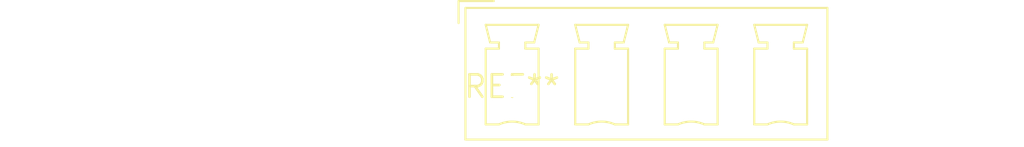
<source format=kicad_pcb>
(kicad_pcb (version 20240108) (generator pcbnew)
  (layers (0 "F.Cu" signal) (31 "B.Cu" signal) (34 "B.Paste" user) (35 "F.Paste" user) (36 "B.SilkS" user "B.Silkscreen") (37 "F.SilkS" user "F.Silkscreen") (38 "B.Mask" user) (39 "F.Mask" user) (44 "Edge.Cuts" user))
  (net 0 "")
  (footprint "PhoenixContact_MCV_1,5_4-G-5.08_1x04_P5.08mm_Vertical" (layer "F.Cu") (at 0 0)
    (property "Reference" "REF**")
    (property "Value" "PhoenixContact_MCV_1,5_4-G-5.08_1x04_P5.08mm_Vertical")
    (fp_line (start -3.04 -4.85) (end -1.04 -4.85) (layer "F.SilkS") (stroke (width 0.12)))
    (fp_line (start -3.04 -3.6) (end -3.04 -4.85) (layer "F.SilkS") (stroke (width 0.12)))
    (fp_line (start -2.65 -4.46) (end -2.65 3.01) (layer "F.SilkS") (stroke (width 0.12)))
    (fp_line (start -2.65 3.01) (end 17.89 3.01) (layer "F.SilkS") (stroke (width 0.12)))
    (fp_line (start -1.5 -3.5) (end 1.5 -3.5) (layer "F.SilkS") (stroke (width 0.12)))
    (fp_line (start -1.5 -2.15) (end -0.75 -2.15) (layer "F.SilkS") (stroke (width 0.12)))
    (fp_line (start -1.5 2.15) (end -1.5 -2.15) (layer "F.SilkS") (stroke (width 0.12)))
    (fp_line (start -1.25 -2.5) (end -1.5 -3.5) (layer "F.SilkS") (stroke (width 0.12)))
    (fp_line (start -0.75 -2.5) (end -1.25 -2.5) (layer "F.SilkS") (stroke (width 0.12)))
    (fp_line (start -0.75 -2.15) (end -0.75 -2.5) (layer "F.SilkS") (stroke (width 0.12)))
    (fp_line (start -0.75 2.15) (end -1.5 2.15) (layer "F.SilkS") (stroke (width 0.12)))
    (fp_line (start 0.75 -2.5) (end 0.75 -2.15) (layer "F.SilkS") (stroke (width 0.12)))
    (fp_line (start 0.75 -2.15) (end 1.5 -2.15) (layer "F.SilkS") (stroke (width 0.12)))
    (fp_line (start 1.25 -2.5) (end 0.75 -2.5) (layer "F.SilkS") (stroke (width 0.12)))
    (fp_line (start 1.5 -3.5) (end 1.25 -2.5) (layer "F.SilkS") (stroke (width 0.12)))
    (fp_line (start 1.5 -2.15) (end 1.5 2.15) (layer "F.SilkS") (stroke (width 0.12)))
    (fp_line (start 1.5 2.15) (end 0.75 2.15) (layer "F.SilkS") (stroke (width 0.12)))
    (fp_line (start 3.58 -3.5) (end 6.58 -3.5) (layer "F.SilkS") (stroke (width 0.12)))
    (fp_line (start 3.58 -2.15) (end 4.33 -2.15) (layer "F.SilkS") (stroke (width 0.12)))
    (fp_line (start 3.58 2.15) (end 3.58 -2.15) (layer "F.SilkS") (stroke (width 0.12)))
    (fp_line (start 3.83 -2.5) (end 3.58 -3.5) (layer "F.SilkS") (stroke (width 0.12)))
    (fp_line (start 4.33 -2.5) (end 3.83 -2.5) (layer "F.SilkS") (stroke (width 0.12)))
    (fp_line (start 4.33 -2.15) (end 4.33 -2.5) (layer "F.SilkS") (stroke (width 0.12)))
    (fp_line (start 4.33 2.15) (end 3.58 2.15) (layer "F.SilkS") (stroke (width 0.12)))
    (fp_line (start 5.83 -2.5) (end 5.83 -2.15) (layer "F.SilkS") (stroke (width 0.12)))
    (fp_line (start 5.83 -2.15) (end 6.58 -2.15) (layer "F.SilkS") (stroke (width 0.12)))
    (fp_line (start 6.33 -2.5) (end 5.83 -2.5) (layer "F.SilkS") (stroke (width 0.12)))
    (fp_line (start 6.58 -3.5) (end 6.33 -2.5) (layer "F.SilkS") (stroke (width 0.12)))
    (fp_line (start 6.58 -2.15) (end 6.58 2.15) (layer "F.SilkS") (stroke (width 0.12)))
    (fp_line (start 6.58 2.15) (end 5.83 2.15) (layer "F.SilkS") (stroke (width 0.12)))
    (fp_line (start 8.66 -3.5) (end 11.66 -3.5) (layer "F.SilkS") (stroke (width 0.12)))
    (fp_line (start 8.66 -2.15) (end 9.41 -2.15) (layer "F.SilkS") (stroke (width 0.12)))
    (fp_line (start 8.66 2.15) (end 8.66 -2.15) (layer "F.SilkS") (stroke (width 0.12)))
    (fp_line (start 8.91 -2.5) (end 8.66 -3.5) (layer "F.SilkS") (stroke (width 0.12)))
    (fp_line (start 9.41 -2.5) (end 8.91 -2.5) (layer "F.SilkS") (stroke (width 0.12)))
    (fp_line (start 9.41 -2.15) (end 9.41 -2.5) (layer "F.SilkS") (stroke (width 0.12)))
    (fp_line (start 9.41 2.15) (end 8.66 2.15) (layer "F.SilkS") (stroke (width 0.12)))
    (fp_line (start 10.91 -2.5) (end 10.91 -2.15) (layer "F.SilkS") (stroke (width 0.12)))
    (fp_line (start 10.91 -2.15) (end 11.66 -2.15) (layer "F.SilkS") (stroke (width 0.12)))
    (fp_line (start 11.41 -2.5) (end 10.91 -2.5) (layer "F.SilkS") (stroke (width 0.12)))
    (fp_line (start 11.66 -3.5) (end 11.41 -2.5) (layer "F.SilkS") (stroke (width 0.12)))
    (fp_line (start 11.66 -2.15) (end 11.66 2.15) (layer "F.SilkS") (stroke (width 0.12)))
    (fp_line (start 11.66 2.15) (end 10.91 2.15) (layer "F.SilkS") (stroke (width 0.12)))
    (fp_line (start 13.74 -3.5) (end 16.74 -3.5) (layer "F.SilkS") (stroke (width 0.12)))
    (fp_line (start 13.74 -2.15) (end 14.49 -2.15) (layer "F.SilkS") (stroke (width 0.12)))
    (fp_line (start 13.74 2.15) (end 13.74 -2.15) (layer "F.SilkS") (stroke (width 0.12)))
    (fp_line (start 13.99 -2.5) (end 13.74 -3.5) (layer "F.SilkS") (stroke (width 0.12)))
    (fp_line (start 14.49 -2.5) (end 13.99 -2.5) (layer "F.SilkS") (stroke (width 0.12)))
    (fp_line (start 14.49 -2.15) (end 14.49 -2.5) (layer "F.SilkS") (stroke (width 0.12)))
    (fp_line (start 14.49 2.15) (end 13.74 2.15) (layer "F.SilkS") (stroke (width 0.12)))
    (fp_line (start 15.99 -2.5) (end 15.99 -2.15) (layer "F.SilkS") (stroke (width 0.12)))
    (fp_line (start 15.99 -2.15) (end 16.74 -2.15) (layer "F.SilkS") (stroke (width 0.12)))
    (fp_line (start 16.49 -2.5) (end 15.99 -2.5) (layer "F.SilkS") (stroke (width 0.12)))
    (fp_line (start 16.74 -3.5) (end 16.49 -2.5) (layer "F.SilkS") (stroke (width 0.12)))
    (fp_line (start 16.74 -2.15) (end 16.74 2.15) (layer "F.SilkS") (stroke (width 0.12)))
    (fp_line (start 16.74 2.15) (end 15.99 2.15) (layer "F.SilkS") (stroke (width 0.12)))
    (fp_line (start 17.89 -4.46) (end -2.65 -4.46) (layer "F.SilkS") (stroke (width 0.12)))
    (fp_line (start 17.89 3.01) (end 17.89 -4.46) (layer "F.SilkS") (stroke (width 0.12)))
    (fp_arc (start -0.75 2.15) (mid -0.000193 1.99191) (end 0.749647 2.149844) (layer "F.SilkS") (stroke (width 0.12)))
    (fp_arc (start 4.33 2.15) (mid 5.079807 1.99191) (end 5.829647 2.149844) (layer "F.SilkS") (stroke (width 0.12)))
    (fp_arc (start 9.41 2.15) (mid 10.159807 1.99191) (end 10.909647 2.149844) (layer "F.SilkS") (stroke (width 0.12)))
    (fp_arc (start 14.49 2.15) (mid 15.239807 1.99191) (end 15.989647 2.149844) (layer "F.SilkS") (stroke (width 0.12)))
    (pad "1" thru_hole roundrect (at 0 0) (size 1.8 3.6) (drill 1.2) (layers *.Cu *.Mask) (remove_unused_layers) (roundrect_rratio 0.138889))
    (pad "2" thru_hole oval (at 5.08 0) (size 1.8 3.6) (drill 1.2) (layers *.Cu *.Mask) (remove_unused_layers))
    (pad "3" thru_hole oval (at 10.16 0) (size 1.8 3.6) (drill 1.2) (layers *.Cu *.Mask) (remove_unused_layers))
    (pad "4" thru_hole oval (at 15.24 0) (size 1.8 3.6) (drill 1.2) (layers *.Cu *.Mask) (remove_unused_layers))
  )
)
</source>
